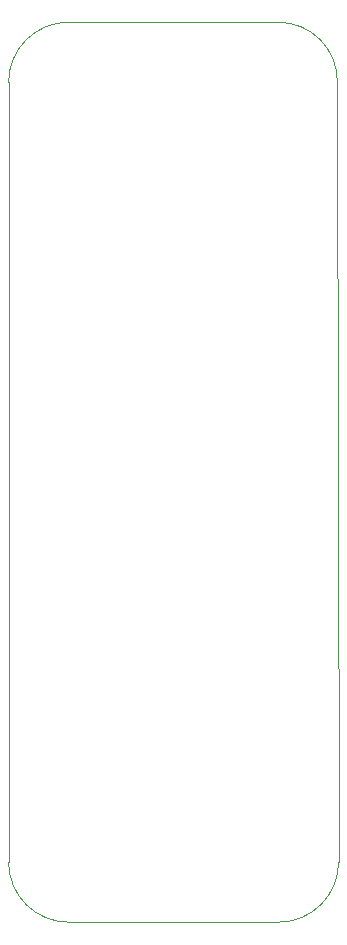
<source format=gbr>
%TF.GenerationSoftware,KiCad,Pcbnew,8.0.5*%
%TF.CreationDate,2024-12-15T10:39:54+01:00*%
%TF.ProjectId,esp8266-expansion-board,65737038-3236-4362-9d65-7870616e7369,rev?*%
%TF.SameCoordinates,Original*%
%TF.FileFunction,Profile,NP*%
%FSLAX46Y46*%
G04 Gerber Fmt 4.6, Leading zero omitted, Abs format (unit mm)*
G04 Created by KiCad (PCBNEW 8.0.5) date 2024-12-15 10:39:54*
%MOMM*%
%LPD*%
G01*
G04 APERTURE LIST*
%TA.AperFunction,Profile*%
%ADD10C,0.050000*%
%TD*%
G04 APERTURE END LIST*
D10*
X81304817Y-25479292D02*
G75*
G02*
X86280166Y-30557665I-24817J-5000708D01*
G01*
X63524817Y-101679283D02*
G75*
G02*
X58444817Y-96599290I-17J5079983D01*
G01*
X58444817Y-30559290D02*
G75*
G02*
X63524817Y-25479317I5079983J-10D01*
G01*
X81304817Y-101679285D02*
X63524817Y-101679290D01*
X86384817Y-96599290D02*
G75*
G02*
X81304817Y-101679317I-5080017J-10D01*
G01*
X86280167Y-30557665D02*
X86384817Y-96599290D01*
X63524817Y-25479290D02*
X81304817Y-25479291D01*
X58444817Y-30559290D02*
X58444817Y-96599290D01*
M02*

</source>
